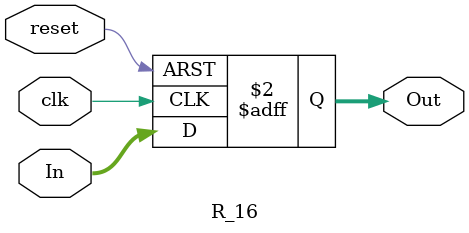
<source format=v>
`timescale 1ns / 1ps

module Flag_Reg( input wire [3:0] In, output reg [3:0] Out, input wire reset, input wire clk );
always @ (posedge clk) begin
	if(reset) Out = 0;
	else Out = In;
end
endmodule

module TransferSwitch( input wire TransferSignal, input wire [15:0]Input, output wire[15:0]Output );
assign Output = TransferSignal ? Input : 16'hZZZZ;
endmodule

module R_16( input wire [15:0] In, output reg [15:0] Out, input wire reset, input wire clk );
always @ (posedge clk or posedge reset) begin
	if( reset )	Out = 0;
	else Out = In;
end
endmodule

</source>
